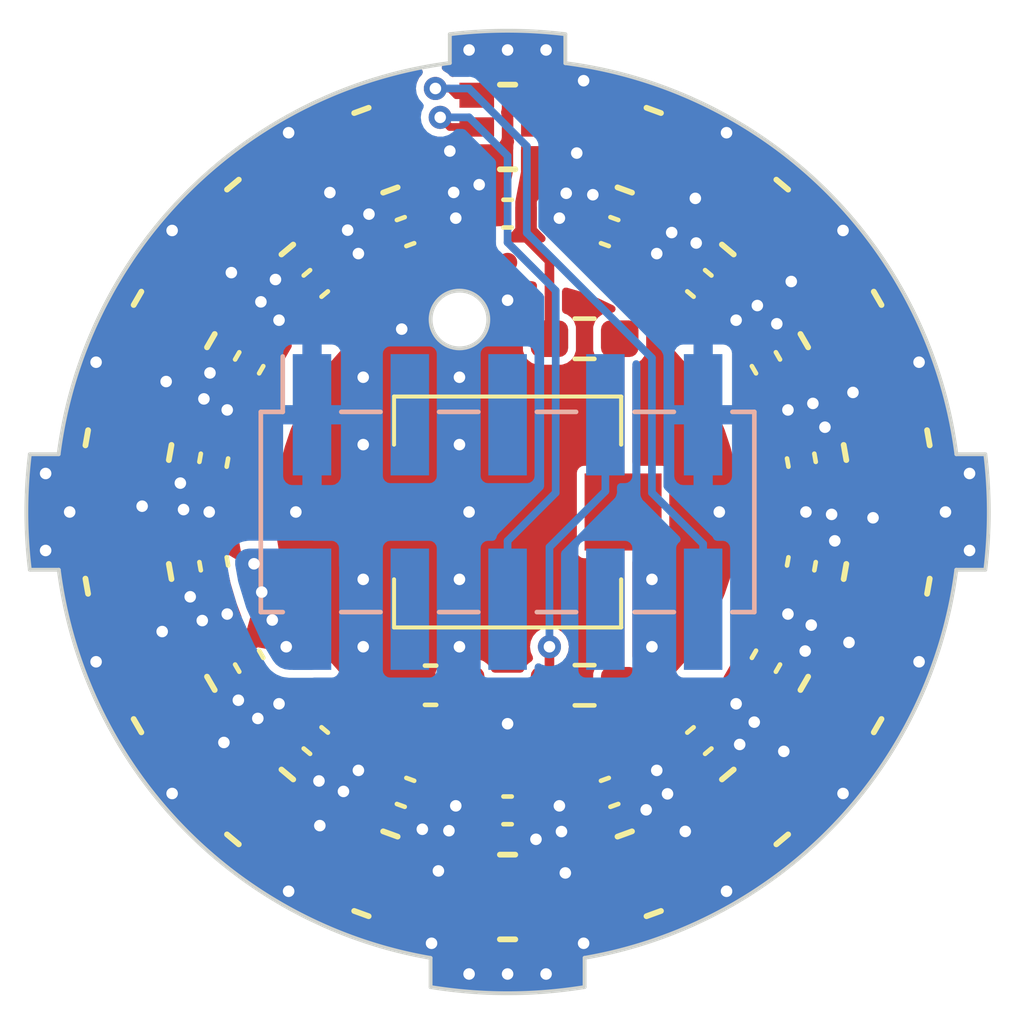
<source format=kicad_pcb>
(kicad_pcb (version 20221018) (generator pcbnew)
  (layers (0 "F.Cu" signal) (31 "B.Cu" signal) (34 "B.Paste" user) (35 "F.Paste" user) (36 "B.SilkS" user "B.Silkscreen") (37 "F.SilkS" user "F.Silkscreen") (38 "B.Mask" user) (39 "F.Mask" user) (44 "Edge.Cuts" user))
  (net 0 "")
  (net 1 "+5V")
  (net 2 "GND")
  (net 3 "Net-(D1-CKO)")
  (net 4 "Net-(D1-SDO)")
  (net 5 "Net-(D2-CKO)")
  (net 6 "Net-(D2-SDO)")
  (net 7 "Net-(D3-CKO)")
  (net 8 "Net-(D3-SDO)")
  (net 9 "Net-(D4-CKO)")
  (net 10 "Net-(D4-SDO)")
  (net 11 "Net-(D5-CKO)")
  (net 12 "Net-(D5-SDO)")
  (net 13 "Net-(D6-CKO)")
  (net 14 "Net-(D6-SDO)")
  (net 15 "Net-(D7-CKO)")
  (net 16 "Net-(D7-SDO)")
  (net 17 "Net-(D8-CKO)")
  (net 18 "Net-(D8-SDO)")
  (net 19 "Net-(D10-CKI)")
  (net 20 "Net-(D10-SDI)")
  (net 21 "Net-(D10-CKO)")
  (net 22 "Net-(D10-SDO)")
  (net 23 "Net-(D11-CKO)")
  (net 24 "Net-(D11-SDO)")
  (net 25 "Net-(D12-CKO)")
  (net 26 "Net-(D12-SDO)")
  (net 27 "Net-(D13-CKO)")
  (net 28 "Net-(D13-SDO)")
  (net 29 "Net-(D14-CKO)")
  (net 30 "Net-(D14-SDO)")
  (net 31 "Net-(D15-CKO)")
  (net 32 "Net-(D15-SDO)")
  (net 33 "Net-(D16-CKO)")
  (net 34 "Net-(D16-SDO)")
  (net 35 "Net-(D17-CKO)")
  (net 36 "Net-(D17-SDO)")
  (net 39 "/PB")
  (net 40 "/MOSI")
  (net 41 "/SCK")
  (net 42 "/SDA0")
  (net 43 "/SS")
  (net 44 "/SCL0")
  (net 45 "/MISO")
  (net 46 "Net-(R1-Pad2)")
  (footprint "Capacitor_SMD:C_0402_1005Metric" (layer "F.Cu") (at 4.981604 5.936844 40)
    (fp_text reference "C8" hide)
    (fp_text value "100n")
  )
  (footprint "Capacitor_SMD:C_0402_1005Metric" (layer "F.Cu") (at 2.650656 7.282618 20)
    (fp_text reference "C9" hide)
    (fp_text value "100n")
  )
  (footprint "Capacitor_SMD:C_0402_1005Metric" (layer "F.Cu") (at -6.711697 3.875 -60)
    (fp_text reference "C13" hide)
    (fp_text value "100n")
  )
  (footprint "project_lib:LED-HD107S-2020_extPads" (layer "F.Cu") (at 8.660254 5 60)
    (fp_text reference "D7" hide)
    (fp_text value "APA102-2020")
  )
  (footprint "Capacitor_SMD:C_0402_1005Metric" (layer "F.Cu") (at -4.981604 5.936844 -40)
    (fp_text reference "C12" hide)
    (fp_text value "100n")
  )
  (footprint "Capacitor_SMD:C_0402_1005Metric" (layer "F.Cu") (at -2.650656 7.282618 -20)
    (fp_text reference "C11" hide)
    (fp_text value "100n")
  )
  (footprint "Capacitor_SMD:C_0402_1005Metric" (layer "F.Cu") (at 0 7.75)
    (fp_text reference "C10" hide)
    (fp_text value "100n")
  )
  (footprint "project_lib:LED-HD107S-2020_extPads" (layer "F.Cu") (at -3.420201 -9.396926 -160)
    (fp_text reference "D18" hide)
    (fp_text value "APA102-2020")
  )
  (footprint "Capacitor_SMD:C_0402_1005Metric" (layer "F.Cu") (at 2.650656 -7.282618 160)
    (fp_text reference "C2" hide)
    (fp_text value "100n")
  )
  (footprint "project_lib:LED-HD107S-2020_extPads" (layer "F.Cu") (at 8.660254 -5 120)
    (fp_text reference "D4" hide)
    (fp_text value "APA102-2020")
  )
  (footprint "project_lib:LED-HD107S-2020_extPads" (layer "F.Cu") (at -6.427876 7.660444 -40)
    (fp_text reference "D12" hide)
    (fp_text value "APA102-2020")
  )
  (footprint "project_lib:LED-HD107S-2020_extPads" (layer "F.Cu") (at -3.420201 9.396926 -20)
    (fp_text reference "D11" hide)
    (fp_text value "APA102-2020")
  )
  (footprint "Capacitor_SMD:C_0402_1005Metric" (layer "F.Cu") (at -2.650656 -7.282618 -160)
    (fp_text reference "C18" hide)
    (fp_text value "100n")
  )
  (footprint "Resistor_SMD:R_0603_1608Metric_Pad0.98x0.95mm_HandSolder" (layer "F.Cu") (at 2 -4.5)
    (fp_text reference "R1" hide)
    (fp_text value "R")
  )
  (footprint "Capacitor_SMD:C_0402_1005Metric" (layer "F.Cu") (at -6.711697 -3.875 -120)
    (fp_text reference "C16" hide)
    (fp_text value "100n")
  )
  (footprint "Capacitor_SMD:C_0603_1608Metric_Pad1.08x0.95mm_HandSolder" (layer "F.Cu") (at -2 4.5 180)
    (fp_text reference "C19" hide)
    (fp_text value "C")
  )
  (footprint "Capacitor_SMD:C_0402_1005Metric" (layer "F.Cu") (at 7.63226 -1.345773 100)
    (fp_text reference "C5" hide)
    (fp_text value "100n")
  )
  (footprint "project_lib:LED-HD107S-2020_extPads" (layer "F.Cu") (at -8.660254 5 -60)
    (fp_text reference "D13" hide)
    (fp_text value "APA102-2020")
  )
  (footprint "project_lib:LED-HD107S-2020_extPads" (layer "F.Cu") (at -9.848078 1.736482 -80)
    (fp_text reference "D14" hide)
    (fp_text value "APA102-2020")
  )
  (footprint "project_lib:LED-HD107S-2020_extPads" (layer "F.Cu") (at 9.848078 1.736482 80)
    (fp_text reference "D6" hide)
    (fp_text value "APA102-2020")
  )
  (footprint "Resistor_SMD:R_0603_1608Metric_Pad0.98x0.95mm_HandSolder" (layer "F.Cu") (at 2 4.5 180)
    (fp_text reference "R2" hide)
    (fp_text value "R")
  )
  (footprint "project_lib:SKPSACE010" (layer "F.Cu") (at 0 0)
    (fp_text reference "SW1" hide)
    (fp_text value "SW_Push" hide)
  )
  (footprint "project_lib:LED-HD107S-2020_extPads" (layer "F.Cu") (at 6.427876 -7.660444 140)
    (fp_text reference "D3" hide)
    (fp_text value "APA102-2020")
  )
  (footprint "Capacitor_SMD:C_0402_1005Metric" (layer "F.Cu") (at -7.63226 -1.345773 -100)
    (fp_text reference "C15" hide)
    (fp_text value "100n")
  )
  (footprint "Capacitor_SMD:C_0402_1005Metric" (layer "F.Cu") (at 0 -7.75 180)
    (fp_text reference "C1" hide)
    (fp_text value "100n")
  )
  (footprint "project_lib:LED-HD107S-2020_extPads" (layer "F.Cu") (at 3.420201 -9.396926 160)
    (fp_text reference "D2" hide)
    (fp_text value "APA102-2020")
  )
  (footprint "Capacitor_SMD:C_0402_1005Metric" (layer "F.Cu") (at -4.981604 -5.936844 -140)
    (fp_text reference "C17" hide)
    (fp_text value "100n")
  )
  (footprint "Capacitor_SMD:C_0402_1005Metric" (layer "F.Cu") (at 4.981604 -5.936844 140)
    (fp_text reference "C3" hide)
    (fp_text value "100n")
  )
  (footprint "project_lib:LED-HD107S-2020_extPads" (layer "F.Cu") (at -9.848078 -1.736482 -100)
    (fp_text reference "D15" hide)
    (fp_text value "APA102-2020")
  )
  (footprint "project_lib:LED-HD107S-2020_extPads" (layer "F.Cu") (at 0 10)
    (fp_text reference "D10" hide)
    (fp_text value "APA102-2020")
  )
  (footprint "project_lib:LED-HD107S-2020_extPads" (layer "F.Cu") (at -8.660254 -5 -120)
    (fp_text reference "D16" hide)
    (fp_text value "APA102-2020")
  )
  (footprint "project_lib:LED-HD107S-2020_extPads" (layer "F.Cu") (at -6.427876 -7.660444 -140)
    (fp_text reference "D17" hide)
    (fp_text value "APA102-2020")
  )
  (footprint "project_lib:LED-HD107S-2020_extPads" (layer "F.Cu") (at 3.420201 9.396926 20)
    (fp_text reference "D9" hide)
    (fp_text value "APA102-2020")
  )
  (footprint "project_lib:LED-HD107S-2020_extPads" (layer "F.Cu") (at 6.427876 7.660444 40)
    (fp_text reference "D8" hide)
    (fp_text value "APA102-2020")
  )
  (footprint "project_lib:LED-HD107S-2020_extPads" (layer "F.Cu") (at 9.848078 -1.736482 100)
    (fp_text reference "D5" hide)
    (fp_text value "APA102-2020")
  )
  (footprint "Capacitor_SMD:C_0402_1005Metric" (layer "F.Cu") (at -7.63226 1.345773 -80)
    (fp_text reference "C14" hide)
    (fp_text value "100n")
  )
  (footprint "project_lib:LED-HD107S-2020_extPads" (layer "F.Cu") (at 0 -10 180)
    (fp_text reference "D1" hide)
    (fp_text value "APA102-2020")
  )
  (footprint "Capacitor_SMD:C_0402_1005Metric" (layer "F.Cu") (at 6.711697 -3.875 120)
    (fp_text reference "C4" hide)
    (fp_text value "100n")
  )
  (footprint "Capacitor_SMD:C_0402_1005Metric" (layer "F.Cu") (at 7.63226 1.345773 80)
    (fp_text reference "C6" hide)
    (fp_text value "100n")
  )
  (footprint "Capacitor_SMD:C_0402_1005Metric" (layer "F.Cu") (at 6.711697 3.875 60)
    (fp_text reference "C7" hide)
    (fp_text value "100n")
  )
  (footprint "Connector_PinHeader_2.54mm:PinHeader_2x05_P2.54mm_Vertical_SMD" (layer "B.Cu") (at 0 0 -90)
    (fp_text reference "J1" hide)
    (fp_text value "Conn_02x05_Odd_Even")
  )
  (gr_arc (start -8.165959 -7.124173) (mid -8.065749 -7.323644) (end -7.915731 -7.488946) (stroke (width 0.2)) (layer "F.Cu"))
  (gr_arc (start -5.236881 -9.487455) (mid -5.074492 -9.640622) (end -4.876984 -9.744647) (stroke (width 0.2)) (layer "F.Cu"))
  (gr_line (start 2.950614 10.445788) (end 2.527752 10.599698) (stroke (width 0.2)) (layer "F.Cu"))
  (gr_arc (start 9.999725 -4.329969) (mid 10.086735 -4.113055) (end 10.109423 -3.880444) (stroke (width 0.2)) (layer "F.Cu"))
  (gr_line (start 10.521625 2.667588) (end 10.443484 3.110752) (stroke (width 0.2)) (layer "F.Cu"))
  (gr_line (start -4.876984 -9.744647) (end -4.454123 -9.898557) (stroke (width 0.2)) (layer "F.Cu"))
  (gr_arc (start -9.631018 -2.967492) (mid -9.499693 -3.457605) (end -9.285255 -3.917468) (stroke (width 0.2)) (layer "F.Cu"))
  (gr_arc (start -1.25 10) (mid -1.755472 9.955777) (end -2.245585 9.824452) (stroke (width 0.2)) (layer "F.Cu"))
  (gr_line (start 6.34534 8.80666) (end 6.000621 9.095915) (stroke (width 0.2)) (layer "F.Cu"))
  (gr_arc (start -10.110102 -3.90161) (mid -10.084159 -4.123325) (end -9.999725 -4.329968) (stroke (width 0.2)) (layer "F.Cu"))
  (gr_arc (start -4.594817 8.969401) (mid -5.05468 8.754964) (end -5.47032 8.46393) (stroke (width 0.2)) (layer "F.Cu"))
  (gr_line (start 9.285254 3.917468) (end 9.060254 4.30718) (stroke (width 0.2)) (layer "F.Cu"))
  (gr_line (start 9.631017 -2.967492) (end 9.709159 -2.524328) (stroke (width 0.2)) (layer "F.Cu"))
  (gr_arc (start 5.597936 -9.278999) (mid 5.811778 -9.21495) (end 6.00062 -9.095915) (stroke (width 0.2)) (layer "F.Cu"))
  (gr_line (start 10.443484 -3.110752) (end 10.521626 -2.667588) (stroke (width 0.2)) (layer "F.Cu"))
  (gr_line (start 10.799462 -1.091895) (end 10.877604 -0.648732) (stroke (width 0.2)) (layer "F.Cu"))
  (gr_line (start -8.749725 6.495032) (end -8.974725 6.105321) (stroke (width 0.2)) (layer "F.Cu"))
  (gr_arc (start -7.915731 7.488947) (mid -8.071682 7.314873) (end -8.17256 7.104051) (stroke (width 0.2)) (layer "F.Cu"))
  (gr_arc (start 1.675817 10.705847) (mid 1.864178 10.633262) (end 2.066009 10.629671) (stroke (width 0.2)) (layer "F.Cu"))
  (gr_arc (start 10.443484 3.110751) (mid 10.370708 3.332845) (end 10.238569 3.525619) (stroke (width 0.2)) (layer "F.Cu"))
  (gr_line (start 0.8 -10.824999) (end 1.25 -10.825) (stroke (width 0.2)) (layer "F.Cu"))
  (gr_line (start -4.454122 9.898556) (end -4.876984 9.744647) (stroke (width 0.2)) (layer "F.Cu"))
  (gr_arc (start 5.470321 8.463929) (mid 5.054681 8.754963) (end 4.594818 8.969401) (stroke (width 0.2)) (layer "F.Cu"))
  (gr_arc (start 10.877604 -0.648733) (mid 10.885177 -0.415141) (end 10.82694 -0.188799) (stroke (width 0.2)) (layer "F.Cu"))
  (gr_line (start 2.245585 -9.824451) (end 2.668447 -9.670542) (stroke (width 0.2)) (layer "F.Cu"))
  (gr_line (start 4.594818 8.9694) (end 4.171956 9.123309) (stroke (width 0.2)) (layer "F.Cu"))
  (gr_line (start -10.799462 1.091895) (end -10.877604 0.648732) (stroke (width 0.2)) (layer "F.Cu"))
  (gr_arc (start -10.834203 -0.208693) (mid -10.79543 -0.010589) (end -10.826941 0.188799) (stroke (width 0.2)) (layer "F.Cu"))
  (gr_line (start -2.527752 10.599698) (end -2.950614 10.445789) (stroke (width 0.2)) (layer "F.Cu"))
  (gr_arc (start 4.876983 -9.744648) (mid 5.083066 -9.634411) (end 5.249965 -9.470804) (stroke (width 0.2)) (layer "F.Cu"))
  (gr_arc (start 8.035255 6.082532) (mid 7.744221 6.498172) (end 7.385433 6.85696) (stroke (width 0.2)) (layer "F.Cu"))
  (gr_line (start -10.521625 -2.667588) (end -10.443484 -3.110752) (stroke (width 0.2)) (layer "F.Cu"))
  (gr_arc (start 10.252198 -3.509408) (mid 10.148007 -3.682304) (end 10.109424 -3.880445) (stroke (width 0.2)) (layer "F.Cu"))
  (gr_line (start -10.877604 -0.648731) (end -10.799463 -1.091895) (stroke (width 0.2)) (layer "F.Cu"))
  (gr_arc (start 2.086862 -10.633368) (mid 1.885035 -10.629584) (end 1.694148 -10.69524) (stroke (width 0.2)) (layer "F.Cu"))
  (gr_line (start -8.035254 6.082532) (end -8.260254 5.69282) (stroke (width 0.2)) (layer "F.Cu"))
  (gr_line (start 1.25 10.825001) (end 0.8 10.825001) (stroke (width 0.2)) (layer "F.Cu"))
  (gr_line (start 7.571011 -7.7782) (end 7.915732 -7.488947) (stroke (width 0.2)) (layer "F.Cu"))
  (gr_line (start -9.999726 -4.329968) (end -9.774726 -4.71968) (stroke (width 0.2)) (layer "F.Cu"))
  (gr_arc (start 6.000621 9.095915) (mid 5.802112 9.219269) (end 5.576975 9.282006) (stroke (width 0.2)) (layer "F.Cu"))
  (gr_line (start -9.631017 2.967492) (end -9.709159 2.524328) (stroke (width 0.2)) (layer "F.Cu"))
  (gr_line (start 6.00062 -9.095916) (end 6.34534 -8.806661) (stroke (width 0.2)) (layer "F.Cu"))
  (gr_line (start -10.443484 3.110752) (end -10.521626 2.667588) (stroke (width 0.2)) (layer "F.Cu"))
  (gr_arc (start 8.433944 -6.8048) (mid 8.612984 -6.671475) (end 8.749725 -6.495031) (stroke (width 0.2)) (layer "F.Cu"))
  (gr_arc (start -5.597835 9.278349) (mid -5.406885 9.343822) (end -5.249966 9.470805) (stroke (width 0.2)) (layer "F.Cu"))
  (gr_arc (start 1.249999 -10.825) (mid 1.481357 -10.791895) (end 1.694148 -10.695239) (stroke (width 0.2)) (layer "F.Cu"))
  (gr_arc (start 2.086735 -10.634014) (mid 2.309587 -10.646965) (end 2.527752 -10.599697) (stroke (width 0.2)) (layer "F.Cu"))
  (gr_line (start -9.285254 -3.917468) (end -9.060254 -4.30718) (stroke (width 0.2)) (layer "F.Cu"))
  (gr_arc (start -9.285255 3.917468) (mid -9.499693 3.457605) (end -9.631018 2.967492) (stroke (width 0.2)) (layer "F.Cu"))
  (gr_arc (start 10.065138 -0.505472) (mid 10.109361 0) (end 10.065138 0.505471) (stroke (width 0.2)) (layer "F.Cu"))
  (gr_line (start 5.47032 -8.463929) (end 5.81504 -8.174674) (stroke (width 0.2)) (layer "F.Cu"))
  (gr_arc (start -4.876983 9.744648) (mid -5.083066 9.634411) (end -5.249965 9.470804) (stroke (width 0.2)) (layer "F.Cu"))
  (gr_line (start -6.34534 -8.80666) (end -6.000621 -9.095915) (stroke (width 0.2)) (layer "F.Cu"))
  (gr_arc (start 2.527753 10.599698) (mid 2.299025 10.647719) (end 2.066009 10.62967) (stroke (width 0.2)) (layer "F.Cu"))
  (gr_arc (start 2.245586 9.824452) (mid 1.755473 9.955778) (end 1.250001 10.000001) (stroke (width 0.2)) (layer "F.Cu"))
  (gr_arc (start 4.594817 -8.969401) (mid 5.05468 -8.754964) (end 5.47032 -8.46393) (stroke (width 0.2)) (layer "F.Cu"))
  (gr_line (start -4.594818 -8.9694) (end -4.171956 -9.123309) (stroke (width 0.2)) (layer "F.Cu"))
  (gr_arc (start -10.252694 3.509841) (mid -10.375336 3.323322) (end -10.443483 3.110751) (stroke (width 0.2)) (layer "F.Cu"))
  (gr_line (start 8.749725 -6.495032) (end 8.974725 -6.105321) (stroke (width 0.2)) (layer "F.Cu"))
  (gr_arc (start 5.597835 -9.278349) (mid 5.406885 -9.343822) (end 5.249966 -9.470805) (stroke (width 0.2)) (layer "F.Cu"))
  (gr_line (start 8.035254 -6.082532) (end 8.260254 -5.69282) (stroke (width 0.2)) (layer "F.Cu"))
  (gr_line (start 9.999726 4.329968) (end 9.774726 4.71968) (stroke (width 0.2)) (layer "F.Cu"))
  (gr_arc (start 8.165336 7.12396) (mid 8.262972 6.94728) (end 8.415276 6.814795) (stroke (width 0.2)) (layer "F.Cu"))
  (gr_arc (start 8.433627 -6.804224) (mid 8.276586 -6.931057) (end 8.172561 -7.104052) (stroke (width 0.2)) (layer "F.Cu"))
  (gr_line (start 4.454122 -9.898556) (end 4.876984 -9.744647) (stroke (width 0.2)) (layer "F.Cu"))
  (gr_arc (start -10.443484 -3.110751) (mid -10.370708 -3.332845) (end -10.238569 -3.525619) (stroke (width 0.2)) (layer "F.Cu"))
  (gr_arc (start 7.915731 -7.488947) (mid 8.071682 -7.314873) (end 8.17256 -7.104051) (stroke (width 0.2)) (layer "F.Cu"))
  (gr_line (start 1.250001 10) (end 0.8 10) (stroke (width 0.2)) (layer "F.Cu"))
  (gr_line (start -6.00062 9.095916) (end -6.34534 8.806661) (stroke (width 0.2)) (layer "F.Cu"))
  (gr_line (start -9.774725 4.719679) (end -9.999725 4.329968) (stroke (width 0.2)) (layer "F.Cu"))
  (gr_arc (start -8.433627 6.804224) (mid -8.276586 6.931057) (end -8.172561 7.104052) (stroke (width 0.2)) (layer "F.Cu"))
  (gr_arc (start -5.470321 -8.463929) (mid -5.054681 -8.754963) (end -4.594818 -8.969401) (stroke (width 0.2)) (layer "F.Cu"))
  (gr_line (start -10.065137 -0.505471) (end -9.986996 -0.948635) (stroke (width 0.2)) (layer "F.Cu"))
  (gr_line (start 9.774725 -4.719679) (end 9.999725 -4.329968) (stroke (width 0.2)) (layer "F.Cu"))
  (gr_line (start -7.915732 -7.488946) (end -7.571012 -7.778201) (stroke (width 0.2)) (layer "F.Cu"))
  (gr_arc (start 1.676158 10.70641) (mid 1.471175 10.7948) (end 1.25 10.825) (stroke (width 0.2)) (layer "F.Cu"))
  (gr_arc (start -10.065138 0.505472) (mid -10.109361 0) (end -10.065138 -0.505471) (stroke (width 0.2)) (layer "F.Cu"))
  (gr_arc (start -7.385432 6.85696) (mid -7.74422 6.498172) (end -8.035254 6.082533) (stroke (width 0.2)) (layer "F.Cu"))
  (gr_arc (start -10.252198 3.509408) (mid -10.148007 3.682304) (end -10.109424 3.880445) (stroke (width 0.2)) (layer "F.Cu"))
  (gr_arc (start -8.165336 -7.12396) (mid -8.262972 -6.94728) (end -8.415276 -6.814795) (stroke (width 0.2)) (layer "F.Cu"))
  (gr_arc (start -2.086862 10.633368) (mid -1.885035 10.629584) (end -1.694148 10.69524) (stroke (width 0.2)) (layer "F.Cu"))
  (gr_line (start 10.065137 0.505471) (end 9.986996 0.948635) (stroke (width 0.2)) (layer "F.Cu"))
  (gr_arc (start -8.749726 -6.495031) (mid -8.605377 -6.678841) (end -8.415275 -6.814795) (stroke (width 0.2)) (layer "F.Cu"))
  (gr_line (start 10.877604 0.648731) (end 10.799463 1.091895) (stroke (width 0.2)) (layer "F.Cu"))
  (gr_arc (start -10.877604 0.648733) (mid -10.885177 0.415141) (end -10.82694 0.188799) (stroke (width 0.2)) (layer "F.Cu"))
  (gr_line (start -7.385432 -6.856959) (end -7.040712 -7.146214) (stroke (width 0.2)) (layer "F.Cu"))
  (gr_arc (start -5.597936 9.278999) (mid -5.811778 9.21495) (end -6.00062 9.095915) (stroke (width 0.2)) (layer "F.Cu"))
  (gr_arc (start -2.086735 10.634014) (mid -2.309587 10.646965) (end -2.527752 10.599697) (stroke (width 0.2)) (layer "F.Cu"))
  (gr_arc (start -8.035255 -6.082532) (mid -7.744221 -6.498172) (end -7.385433 -6.85696) (stroke (width 0.2)) (layer "F.Cu"))
  (gr_arc (start -8.433944 6.8048) (mid -8.612984 6.671475) (end -8.749725 6.495031) (stroke (width 0.2)) (layer "F.Cu"))
  (gr_arc (start -10.834817 -0.208456) (mid -10.886269 -0.425673) (end -10.877603 -0.648732) (stroke (width 0.2)) (layer "F.Cu"))
  (gr_arc (start 5.236881 9.487455) (mid 5.074492 9.640622) (end 4.876984 9.744647) (stroke (width 0.2)) (layer "F.Cu"))
  (gr_arc (start 7.385432 -6.85696) (mid 7.74422 -6.498172) (end 8.035254 -6.082533) (stroke (width 0.2)) (layer "F.Cu"))
  (gr_arc (start -6.000621 -9.095915) (mid -5.802112 -9.219269) (end -5.576975 -9.282006) (stroke (width 0.2)) (layer "F.Cu"))
  (gr_line (start -2.245585 9.824451) (end -2.668447 9.670542) (stroke (width 0.2)) (layer "F.Cu"))
  (gr_arc (start 10.834203 0.208693) (mid 10.79543 0.010589) (end 10.826941 -0.188799) (stroke (width 0.2)) (layer "F.Cu"))
  (gr_arc (start -9.999725 4.329969) (mid -10.086735 4.113055) (end -10.109423 3.880444) (stroke (width 0.2)) (layer "F.Cu"))
  (gr_arc (start 10.252694 -3.509841) (mid 10.375336 -3.323322) (end 10.443483 -3.110751) (stroke (width 0.2)) (layer "F.Cu"))
  (gr_arc (start 9.631018 2.967492) (mid 9.499693 3.457605) (end 9.285255 3.917468) (stroke (width 0.2)) (layer "F.Cu"))
  (gr_arc (start -10.109444 -3.901623) (mid -10.140765 -3.702205) (end -10.23857 -3.525619) (stroke (width 0.2)) (layer "F.Cu"))
  (gr_arc (start 10.109444 3.901623) (mid 10.140765 3.702205) (end 10.23857 3.525619) (stroke (width 0.2)) (layer "F.Cu"))
  (gr_line (start 4.876984 9.744647) (end 4.454123 9.898557) (stroke (width 0.2)) (layer "F.Cu"))
  (gr_line (start -7.571011 7.7782) (end -7.915732 7.488947) (stroke (width 0.2)) (layer "F.Cu"))
  (gr_arc (start 5.236368 9.487041) (mid 5.388544 9.35441) (end 5.576975 9.282006) (stroke (width 0.2)) (layer "F.Cu"))
  (gr_line (start 8.974725 6.10532) (end 8.749725 6.495032) (stroke (width 0.2)) (layer "F.Cu"))
  (gr_line (start 7.385432 6.856959) (end 7.040712 7.146214) (stroke (width 0.2)) (layer "F.Cu"))
  (gr_arc (start -1.249999 10.825) (mid -1.481357 10.791895) (end -1.694148 10.695239) (stroke (width 0.2)) (layer "F.Cu"))
  (gr_line (start -0.8 10.824999) (end -1.25 10.825) (stroke (width 0.2)) (layer "F.Cu"))
  (gr_line (start -5.47032 8.463929) (end -5.81504 8.174674) (stroke (width 0.2)) (layer "F.Cu"))
  (gr_arc (start -5.236368 -9.487041) (mid -5.388544 -9.35441) (end -5.576975 -9.282006) (stroke (width 0.2)) (layer "F.Cu"))
  (gr_line (start 7.915732 7.488946) (end 7.571012 7.778201) (stroke (width 0.2)) (layer "F.Cu"))
  (gr_arc (start 8.749726 6.495031) (mid 8.605377 6.678841) (end 8.415275 6.814795) (stroke (width 0.2)) (layer "F.Cu"))
  (gr_arc (start 1.25 -10) (mid 1.755472 -9.955777) (end 2.245585 -9.824452) (stroke (width 0.2)) (layer "F.Cu"))
  (gr_arc (start 10.110102 3.90161) (mid 10.084159 4.123325) (end 9.999725 4.329968) (stroke (width 0.2)) (layer "F.Cu"))
  (gr_arc (start 8.165959 7.124173) (mid 8.065749 7.323644) (end 7.915731 7.488946) (stroke (width 0.2)) (layer "F.Cu"))
  (gr_arc (start 10.834817 0.208456) (mid 10.886269 0.425673) (end 10.877603 0.648732) (stroke (width 0.2)) (layer "F.Cu"))
  (gr_line (start 2.527752 -10.599698) (end 2.950614 -10.445789) (stroke (width 0.2)) (layer "F.Cu"))
  (gr_line (start -8.974725 -6.10532) (end -8.749725 -6.495032) (stroke (width 0.2)) (layer "F.Cu"))
  (gr_arc (start 9.285255 -3.917468) (mid 9.499693 -3.457605) (end 9.631018 -2.967492) (stroke (width 0.2)) (layer "F.Cu"))
  (gr_line (start 12.409728 1.499698) (end 11.655639 1.5) (stroke (width 0.1)) (layer "Edge.Cuts"))
  (gr_circle (center -1.25 -5) (end -2 -5) (stroke (width 0.1)) (fill none) (layer "Edge.Cuts"))
  (gr_arc (start -1.5 -12.40971) (mid -0.000075 -12.500036) (end 1.499851 -12.409728) (stroke (width 0.1)) (layer "Edge.Cuts"))
  (gr_arc (start -12.409725 1.500004) (mid -12.500051 0.000002) (end -12.409726 -1.5) (stroke (width 0.1)) (layer "Edge.Cuts"))
  (gr_arc (start 1.999999 12.338933) (mid -0.000001 12.500008) (end -1.999999 12.338924) (stroke (width 0.1)) (layer "Edge.Cuts"))
  (gr_line (start -1.5 -12.40971) (end -1.5 -11.6615) (stroke (width 0.1)) (layer "Edge.Cuts"))
  (gr_arc (start -2.00001 11.582527) (mid -8.488137 8.13059) (end -11.657828 1.5) (stroke (width 0.1)) (layer "Edge.Cuts"))
  (gr_arc (start -11.661476 -1.500183) (mid -8.313796 -8.313926) (end -1.5 -11.661499) (stroke (width 0.1)) (layer "Edge.Cuts"))
  (gr_line (start 1.999999 12.338933) (end 2.000261 11.580279) (stroke (width 0.1)) (layer "Edge.Cuts"))
  (gr_line (start -11.657828 1.5) (end -12.409692 1.5) (stroke (width 0.1)) (layer "Edge.Cuts"))
  (gr_arc (start 1.500191 -11.657632) (mid 8.311234 -8.311098) (end 11.657657 -1.5) (stroke (width 0.1)) (layer "Edge.Cuts"))
  (gr_arc (start 11.655639 1.5) (mid 8.48669 8.128961) (end 2.000261 11.580279) (stroke (width 0.1)) (layer "Edge.Cuts"))
  (gr_line (start 12.409692 -1.5) (end 11.657657 -1.5) (stroke (width 0.1)) (layer "Edge.Cuts"))
  (gr_line (start -11.661477 -1.500183) (end -12.409728 -1.5) (stroke (width 0.1)) (layer "Edge.Cuts"))
  (gr_arc (start 12.409692 -1.5) (mid 12.500018 -0.000152) (end 12.409728 1.499698) (stroke (width 0.1)) (layer "Edge.Cuts"))
  (gr_line (start 1.500191 -11.657632) (end 1.499851 -12.409728) (stroke (width 0.1)) (layer "Edge.Cuts"))
  (gr_line (start -1.999999 12.338924) (end -2.00001 11.582527) (stroke (width 0.1)) (layer "Edge.Cuts"))
  (segment (start -3.101709 7.118448) (end -3.265879 7.569501) (width 0.25) (layer "F.Cu") (net 1))
  (segment (start -3.740112 7.79064) (end -3.911122 8.260486) (width 0.25) (layer "F.Cu") (net 1))
  (segment (start 3.265879 -7.569501) (end 3.740112 -7.79064) (width 0.25) (layer "F.Cu") (net 1))
  (segment (start 7.715611 -0.873066) (end 8.188319 -0.956417) (width 0.25) (layer "F.Cu") (net 1))
  (segment (start -2.199604 -7.446788) (end -1.987551 -6.864178) (width 0.25) (layer "F.Cu") (net 1))
  (segment (start 5.657843 -5.996007) (end 6.179111 -6.041612) (width 0.25) (layer "F.Cu") (net 1))
  (segment (start 5.349305 -5.628306) (end 5.657843 -5.996007) (width 0.25) (layer "F.Cu") (net 1))
  (segment (start -8.616947 0.656288) (end -9.109351 0.743112) (width 0.25) (layer "F.Cu") (net 1))
  (segment (start 8.021616 1.901832) (end 8.321745 2.33046) (width 0.25) (layer "F.Cu") (net 1))
  (segment (start 7.367389 -3.699308) (end 7.872819 -3.563879) (width 0.25) (layer "F.Cu") (net 1))
  (segment (start -7.022819 -5.036121) (end -7.455831 -5.286121) (width 0.25) (layer "F.Cu") (net 1))
  (segment (start -5.349305 5.628306) (end -4.950777 5.153358) (width 0.25) (layer "F.Cu") (net 1))
  (segment (start -7.715611 0.873066) (end -8.188319 0.956417) (width 0.25) (layer "F.Cu") (net 1))
  (segment (start 2.363773 7.89784) (end 2.142634 8.372074) (width 0.25) (layer "F.Cu") (net 1))
  (segment (start 3.740112 -7.79064) (end 3.911122 -8.260486) (width 0.25) (layer "F.Cu") (net 1))
  (segment (start -4.922441 -6.613084) (end -4.876836 -7.134352) (width 0.25) (layer "F.Cu") (net 1))
  (segment (start -5.349305 5.628306) (end -5.657843 5.996007) (width 0.25) (layer "F.Cu") (net 1))
  (segment (start -7.548909 -1.818481) (end -8.021616 -1.901832) (width 0.25) (layer "F.Cu") (net 1))
  (segment (start 8.616947 -0.656288) (end 9.109351 -0.743112) (width 0.25) (layer "F.Cu") (net 1))
  (segment (start 6.951697 -3.459308) (end 7.367389 -3.699308) (width 0.25) (layer "F.Cu") (net 1))
  (segment (start 0.48 -7.75) (end 0.48 -8.38) (width 0.25) (layer "F.Cu") (net 1))
  (segment (start -7.548909 -1.818481) (end -6.938328 -1.710819) (width 0.25) (layer "F.Cu") (net 1))
  (segment (start -0.85 8.6) (end -0.85 9.1) (width 0.25) (layer "F.Cu") (net 1))
  (segment (start 6.951697 -3.459308) (end 6.414761 -3.149308) (width 0.25) (layer "F.Cu") (net 1))
  (segment (start -8.021616 -1.901832) (end -8.321745 -2.33046) (width 0.25) (layer "F.Cu") (net 1))
  (segment (start -7.367389 3.699308) (end -7.872819 3.563879) (width 0.25) (layer "F.Cu") (net 1))
  (segment (start 6.471697 4.290692) (end 5.934761 3.980692) (width 0.25) (layer "F.Cu") (net 1))
  (segment (start -2.199604 -7.446788) (end -2.363773 -7.89784) (width 0.25) (layer "F.Cu") (net 1))
  (segment (start -8.321745 -2.33046) (end -8.814149 -2.417285) (width 0.25) (layer "F.Cu") (net 1))
  (segment (start -6.951697 3.459308) (end -7.367389 3.699308) (width 0.25) (layer "F.Cu") (net 1))
  (segment (start 7.548909 1.818481) (end 6.938328 1.710819) (width 0.25) (layer "F.Cu") (net 1))
  (segment (start 2.142634 8.372074) (end 2.313644 8.84192) (width 0.25) (layer "F.Cu") (net 1))
  (segment (start -6.471697 -4.290692) (end -5.934761 -3.980692) (width 0.25) (layer "F.Cu") (net 1))
  (segment (start -7.715611 0.873066) (end -7.10503 0.765404) (width 0.25) (layer "F.Cu") (net 1))
  (segment (start 7.872819 -3.563879) (end 8.305831 -3.813879) (width 0.25) (layer "F.Cu") (net 1))
  (segment (start 1.0875 -4.5) (end 1.0875 -6.5225) (width 0.25) (layer "F.Cu") (net 1))
  (segment (start -2.142634 -8.372074) (end -2.313644 -8.84192) (width 0.25) (layer "F.Cu") (net 1))
  (segment (start 4.613903 6.245383) (end 4.215375 5.770435) (width 0.25) (layer "F.Cu") (net 1))
  (segment (start -0.48 7.75) (end -0.48 8.23) (width 0.25) (layer "F.Cu") (net 1))
  (segment (start 8.188319 -0.956417) (end 8.616947 -0.656288) (width 0.25) (layer "F.Cu") (net 1))
  (segment (start 6.471697 4.290692) (end 6.887389 4.530692) (width 0.25) (layer "F.Cu") (net 1))
  (segment (start 4.613903 6.245383) (end 4.922441 6.613084) (width 0.25) (layer "F.Cu") (net 1))
  (segment (start 7.022819 5.036121) (end 7.455831 5.286121) (width 0.25) (layer "F.Cu") (net 1))
  (segment (start 8.321745 2.33046) (end 8.814149 2.417285) (width 0.25) (layer "F.Cu") (net 1))
  (segment (start 0.8 -8.7) (end 0.8 -9.175) (width 0.25) (layer "F.Cu") (net 1))
  (segment (start 6.887389 4.530692) (end 7.022819 5.036121) (width 0.25) (layer "F.Cu") (net 1))
  (segment (start 0.48 -7.13) (end 1.0875 -6.5225) (width 0.25) (layer "F.Cu") (net 1))
  (segment (start -6.471697 -4.290692) (end -6.887389 -4.530692) (width 0.25) (layer "F.Cu") (net 1))
  (segment (start -8.188319 0.956417) (end -8.616947 0.656288) (width 0.25) (layer "F.Cu") (net 1))
  (segment (start 3.101709 -7.118448) (end 3.265879 -7.569501) (width 0.25) (layer "F.Cu") (net 1))
  (segment (start 0.48 -7.75) (end 0.48 -7.13) (width 0.25) (layer "F.Cu") (net 1))
  (segment (start -0.48 8.23) (end -0.85 8.6) (width 0.25) (layer "F.Cu") (net 1))
  (segment (start -3.101709 7.118448) (end -2.889656 6.535839) (width 0.25) (layer "F.Cu") (net 1))
  (segment (start 2.199604 7.446788) (end 1.987551 6.864178) (width 0.25) (layer "F.Cu") (net 1))
  (segment (start -5.657843 5.996007) (end -6.179111 6.041612) (width 0.25) (layer "F.Cu") (net 1))
  (segment (start -2.363773 -7.89784) (end -2.142634 -8.372074) (width 0.25) (layer "F.Cu") (net 1))
  (segment (start -6.179111 6.041612) (end -6.500505 6.424634) (width 0.25) (layer "F.Cu") (net 1))
  (segment (start 6.179111 -6.041612) (end 6.500505 -6.424634) (width 0.25) (layer "F.Cu") (net 1))
  (segment (start -0.48 7.75) (end -0.48 7.13) (width 0.25) (layer "F.Cu") (net 1))
  (segment (start 2.199604 7.446788) (end 2.363773 7.89784) (width 0.25) (layer "F.Cu") (net 1))
  (segment (start 4.922441 6.613084) (end 4.876836 7.134352) (width 0.25) (layer "F.Cu") (net 1))
  (segment (start -3.265879 7.569501) (end -3.740112 7.79064) (width 0.25) (layer "F.Cu") (net 1))
  (segment (start 4.876836 7.134352) (end 5.19823 7.517374) (width 0.25) (layer "F.Cu") (net 1))
  (segment (start -4.613903 -6.245383) (end -4.215375 -5.770435) (width 0.25) (layer "F.Cu") (net 1))
  (segment (start -6.951697 3.459308) (end -6.414761 3.149308) (width 0.25) (layer "F.Cu") (net 1))
  (segment (start -4.876836 -7.134352) (end -5.19823 -7.517374) (width 0.25) (layer "F.Cu") (net 1))
  (segment (start 7.548909 1.818481) (end 8.021616 1.901832) (width 0.25) (layer "F.Cu") (net 1))
  (segment (start -6.887389 -4.530692) (end -7.022819 -5.036121) (width 0.25) (layer "F.Cu") (net 1))
  (segment (start 5.349305 -5.628306) (end 4.950777 -5.153358) (width 0.25) (layer "F.Cu") (net 1))
  (segment (start -4.613903 -6.245383) (end -4.922441 -6.613084) (width 0.25) (layer "F.Cu") (net 1))
  (segment (start -7.872819 3.563879) (end -8.305831 3.813879) (width 0.25) (layer "F.Cu") (net 1))
  (segment (start 3.101709 -7.118448) (end 2.889656 -6.535839) (width 0.25) (layer "F.Cu") (net 1))
  (segment (start 0.48 -8.38) (end 0.8 -8.7) (width 0.25) (layer "F.Cu") (net 1))
  (segment (start 7.715611 -0.873066) (end 7.10503 -0.765404) (width 0.25) (layer "F.Cu") (net 1))
  (via (at -5.75 3.5) (size 0.6) (drill 0.3) (layers "F.Cu" "B.Cu") (net 1))
  (via (at -6.112111 2.806055) (size 0.6) (drill 0.3) (layers "F.Cu" "B.Cu") (net 1))
  (via (at -6.385791 2.080636) (size 0.6) (drill 0.3) (layers "F.Cu" "B.Cu") (net 1))
  (via (at -6.58693 1.345326) (size 0.6) (drill 0.3) (layers "F.Cu" "B.Cu") (net 1))
  (arc (start 6.749999 1.75) (mid -6.749999 -1.75) (end 6.749999 1.75) (width 0.5) (layer "F.Cu") (net 1))
  (arc (start 0 -6.480854) (mid 0 6.480854) (end 0 -6.480854) (width 0.5) (layer "F.Cu") (net 1))
  (via (at 1.523198 -8.278277) (size 0.6) (drill 0.3) (layers "F.Cu" "B.Cu") (net 2))
  (via (at -4.877067 8.145848) (size 0.6) (drill 0.3) (layers "F.Cu" "B.Cu") (net 2))
  (via (at -1.5 -9.375) (size 0.6) (drill 0.3) (layers "F.Cu" "B.Cu") (net 2))
  (via (at -8.417012 -0.062549) (size 0.6) (drill 0.3) (layers "F.Cu" "B.Cu") (net 2))
  (via (at -4.89952 6.986217) (size 0.6) (drill 0.3) (layers "F.Cu" "B.Cu") (net 2))
  (via (at -8.713756 -7.31171) (size 0.6) (drill 0.3) (layers "F.Cu" "B.Cu") (net 2))
  (via (at 1.975248 -11.202189) (size 0.6) (drill 0.3) (layers "F.Cu" "B.Cu") (net 2))
  (via (at -0.737404 -8.501103) (size 0.6) (drill 0.3) (layers "F.Cu" "B.Cu") (net 2))
  (via (at -1 12) (size 0.6) (drill 0.3) (layers "F.Cu" "B.Cu") (net 2))
  (via (at 6.407599 5.458266) (size 0.6) (drill 0.3) (layers "F.Cu" "B.Cu") (net 2))
  (via (at -1.523198 8.278277) (size 0.6) (drill 0.3) (layers "F.Cu" "B.Cu") (net 2))
  (via (at -3.75 -1.75) (size 0.6) (drill 0.3) (layers "F.Cu" "B.Cu") (net 2))
  (via (at -1.4 -8.3) (size 0.6) (drill 0.3) (layers "F.Cu" "B.Cu") (net 2))
  (via (at -5.936845 -4.981605) (size 0.6) (drill 0.3) (layers "F.Cu" "B.Cu") (net 2))
  (via (at 0 -12) (size 0.6) (drill 0.3) (layers "F.Cu" "B.Cu") (net 2))
  (via (at 10.689005 -3.890479) (size 0.6) (drill 0.3) (layers "F.Cu" "B.Cu") (net 2))
  (via (at -1.975248 11.202189) (size 0.6) (drill 0.3) (layers "F.Cu" "B.Cu") (net 2))
  (via (at 12 -1) (size 0.6) (drill 0.3) (layers "F.Cu" "B.Cu") (net 2))
  (via (at 8.500001 0.75) (size 0.6) (drill 0.3) (layers "F.Cu" "B.Cu") (net 2))
  (via (at 5.936845 -4.981605) (size 0.6) (drill 0.3) (layers "F.Cu" "B.Cu") (net 2))
  (via (at 6.029288 6.038229) (size 0.6) (drill 0.3) (layers "F.Cu" "B.Cu") (net 2))
  (via (at -3.875001 6.711698) (size 0.6) (drill 0.3) (layers "F.Cu" "B.Cu") (net 2))
  (via (at 1.4 8.3) (size 0.6) (drill 0.3) (layers "F.Cu" "B.Cu") (net 2))
  (via (at -1.25 3.5) (size 0.6) (drill 0.3) (layers "F.Cu" "B.Cu") (net 2))
  (via (at 12 1) (size 0.6) (drill 0.3) (layers "F.Cu" "B.Cu") (net 2))
  (via (at 3.600481 7.736217) (size 0.6) (drill 0.3) (layers "F.Cu" "B.Cu") (net 2))
  (via (at 3.875 6.711698) (size 0.6) (drill 0.3) (layers "F.Cu" "B.Cu") (net 2))
  (via (at 8.713756 7.31171) (size 0.6) (drill 0.3) (layers "F.Cu" "B.Cu") (net 2))
  (via (at -6.993469 4.889162) (size 0.6) (drill 0.3) (layers "F.Cu" "B.Cu") (net 2))
  (via (at -7.888011 -2.937564) (size 0.6) (drill 0.3) (layers "F.Cu" "B.Cu") (net 2))
  (via (at -1.345774 -7.632261) (size 0.6) (drill 0.3) (layers "F.Cu" "B.Cu") (net 2))
  (via (at 4.89952 -6.986217) (size 0.6) (drill 0.3) (layers "F.Cu" "B.Cu") (net 2))
  (via (at 1 -12) (size 0.6) (drill 0.3) (layers "F.Cu" "B.Cu") (net 2))
  (via (at -7.750001 0) (size 0.6) (drill 0.3) (layers "F.Cu" "B.Cu") (net 2))
  (via (at -10.689005 -3.890479) (size 0.6) (drill 0.3) (layers "F.Cu" "B.Cu") (net 2))
  (via (at -8.243903 2.202402) (size 0.6) (drill 0.3) (layers "F.Cu" "B.Cu") (net 2))
  (via (at -8.713756 7.31171) (size 0.6) (drill 0.3) (layers "F.Cu" "B.Cu") (net 2))
  (via (at -9.493045 -0.15074) (size 0.6) (drill 0.3) (layers "F.Cu" "B.Cu") (net 2))
  (via (at -7.368988 5.986538) (size 0.6) (drill 0.3) (layers "F.Cu" "B.Cu") (net 2))
  (via (at -12 1) (size 0.6) (drill 0.3) (layers "F.Cu" "B.Cu") (net 2))
  (via (at 5.6875 9.85104) (size 0.6) (drill 0.3) (layers "F.Cu" "B.Cu") (net 2))
  (via (at -12 -1) (size 0.6) (drill 0.3) (layers "F.Cu" "B.Cu") (net 2))
  (via (at -1.7969 9.322649) (size 0.6) (drill 0.3) (layers "F.Cu" "B.Cu") (net 2))
  (via (at -8.9721 3.105163) (size 0.6) (drill 0.3) (layers "F.Cu" "B.Cu") (net 2))
  (via (at 7.282619 -2.650656) (size 0.6) (drill 0.3) (layers "F.Cu" "B.Cu") (net 2))
  (via (at 0 5.5) (size 0.6) (drill 0.3) (layers "F.Cu" "B.Cu") (net 2))
  (via (at -2.214615 8.240631) (size 0.6) (drill 0.3) (layers "F.Cu" "B.Cu") (net 2))
  (via (at -6.488011 5.362436) (size 0.6) (drill 0.3) (layers "F.Cu" "B.Cu") (net 2))
  (via (at -4.615978 -8.296588) (size 0.6) (drill 0.3) (layers "F.Cu" "B.Cu") (net 2))
  (via (at 0.737404 8.501103) (size 0.6) (drill 0.3) (layers "F.Cu" "B.Cu") (net 2))
  (via (at 4.262675 -7.258072) (size 0.6) (drill 0.3) (layers "F.Cu" "B.Cu") (net 2))
  (via (at 3.875001 -6.711698) (size 0.6) (drill 0.3) (layers "F.Cu" "B.Cu") (net 2))
  (via (at -6.407599 -5.458266) (size 0.6) (drill 0.3) (layers "F.Cu" "B.Cu") (net 2))
  (via (at -8.868988 -3.388462) (size 0.6) (drill 0.3) (layers "F.Cu" "B.Cu") (net 2))
  (via (at 5.687501 -9.85104) (size 0.6) (drill 0.3) (layers "F.Cu" "B.Cu") (net 2))
  (via (at -4.262675 7.258072) (size 0.6) (drill 0.3) (layers "F.Cu" "B.Cu") (net 2))
  (via (at 1.5 9.375) (size 0.6) (drill 0.3) (layers "F.Cu" "B.Cu") (net 2))
  (via (at 7.750001 0) (size 0.6) (drill 0.3) (layers "F.Cu" "B.Cu") (net 2))
  (via (at 7.930797 -2.820011) (size 0.6) (drill 0.3) (layers "F.Cu" "B.Cu") (net 2))
  (via (at 1.7969 -9.322649) (size 0.6) (drill 0.3) (layers "F.Cu" "B.Cu") (net 2))
  (via (at -1.25 -1.75) (size 0.6) (drill 0.3) (layers "F.Cu" "B.Cu") (net 2))
  (via (at -1 0) (size 0.6) (drill 0.3) (layers "F.Cu" "B.Cu") (net 2))
  (via (at -5.5 0) (size 0.6) (drill 0.3) (layers "F.Cu" "B.Cu") (net 2))
  (via (at 8.417012 0.062549) (size 0.6) (drill 0.3) (layers "F.Cu" "B.Cu") (net 2))
  (via (at -7.282619 -2.650656) (size 0.6) (drill 0.3) (layers "F.Cu" "B.Cu") (net 2))
  (via (at 1.975248 11.202189) (size 0.6) (drill 0.3) (layers "F.Cu" "B.Cu") (net 2))
  (via (at 6.488011 -5.362436) (size 0.6) (drill 0.3) (layers "F.Cu" "B.Cu") (net 2))
  (via (at 9.493045 0.15074) (size 0.6) (drill 0.3) (layers "F.Cu" "B.Cu") (net 2))
  (via (at 6.993469 -4.889162) (size 0.6) (drill 0.3) (layers "F.Cu" "B.Cu") (net 2))
  (via (at -11.375001 0) (size 0.6) (drill 0.3) (layers "F.Cu" "B.Cu") (net 2))
  (via (at -7.930797 2.820011) (size 0.6) (drill 0.3) (layers "F.Cu" "B.Cu") (net 2))
  (via (at -5.687501 9.85104) (size 0.6) (drill 0.3) (layers "F.Cu" "B.Cu") (net 2))
  (via (at 3.75 3.5) (size 0.6) (drill 0.3) (layers "F.Cu" "B.Cu") (net 2))
  (via (at -4.154337 -7.320621) (size 0.6) (drill 0.3) (layers "F.Cu" "B.Cu") (net 2))
  (via (at -1 -12) (size 0.6) (drill 0.3) (layers "F.Cu" "B.Cu") (net 2))
  (via (at -2.75 -4.75) (size 0.6) (drill 0.3) (layers "F.Cu" "B.Cu") (net 2))
  (via (at 7.730873 3.611941) (size 0.6) (drill 0.3) (layers "F.Cu" "B.Cu") (net 2))
  (via (at -5.936845 4.981605) (size 0.6) (drill 0.3) (layers "F.Cu" "B.Cu") (net 2))
  (via (at 8.243903 -2.202402) (size 0.6) (drill 0.3) (layers "F.Cu" "B.Cu") (net 2))
  (via (at -1.25 1.75) (size 0.6) (drill 0.3) (layers "F.Cu" "B.Cu") (net 2))
  (via (at -7.175201 -6.217485) (size 0.6) (drill 0.3) (layers "F.Cu" "B.Cu") (net 2))
  (via (at -5.687501 -9.85104) (size 0.6) (drill 0.3) (layers "F.Cu" "B.Cu") (net 2))
  (via (at 8.9721 -3.105163) (size 0.6) (drill 0.3) (layers "F.Cu" "B.Cu") (net 2))
  (via (at 4.877067 -8.145848) (size 0.6) (drill 0.3) (layers "F.Cu" "B.Cu") (net 2))
  (via (at 8.868988 3.388462) (size 0.6) (drill 0.3) (layers "F.Cu" "B.Cu") (net 2))
  (via (at 5.936845 4.981605) (size 0.6) (drill 0.3) (layers "F.Cu" "B.Cu") (net 2))
  (via (at 8.713756 -7.31171) (size 0.6) (drill 0.3) (layers "F.Cu" "B.Cu") (net 2))
  (via (at 0 -5.5) (size 0.6) (drill 0.3) (layers "F.Cu" "B.Cu") (net 2))
  (via (at 1 12) (size 0.6) (drill 0.3) (layers "F.Cu" "B.Cu") (net 2))
  (via (at 2.214615 -8.240631) (size 0.6) (drill 0.3) (layers "F.Cu" "B.Cu") (net 2))
  (via (at -3.875001 -6.711698) (size 0.6) (drill 0.3) (layers "F.Cu" "B.Cu") (net 2))
  (via (at 3.75 1.75) (size 0.6) (drill 0.3) (layers "F.Cu" "B.Cu") (net 2))
  (via (at 0 12) (size 0.6) (drill 0.3) (layers "F.Cu" "B.Cu") (net 2))
  (via (at 1.345774 7.632261) (size 0.6) (drill 0.3) (layers "F.Cu" "B.Cu") (net 2))
  (via (at 4.615978 8.296588) (size 0.6) (drill 0.3) (layers "F.Cu" "B.Cu") (net 2))
  (via (at 7.175201 6.217485) (size 0.6) (drill 0.3) (layers "F.Cu" "B.Cu") (net 2))
  (via (at 5.5 0) (size 0.6) (drill 0.3) (layers "F.Cu" "B.Cu") (net 2))
  (via (at -8.500001 -0.75) (size 0.6) (drill 0.3) (layers "F.Cu" "B.Cu") (net 2))
  (via (at 11.375001 0) (size 0.6) (drill 0.3) (layers "F.Cu" "B.Cu") (net 2))
  (via (at -3.75 3.5) (size 0.6) (drill 0.3) (layers "F.Cu" "B.Cu") (net 2))
  (via (at 1.345774 -7.632261) (size 0.6) (drill 0.3) (layers "F.Cu" "B.Cu") (net 2))
  (via (at -1.25 -3.5) (size 0.6) (drill 0.3) (layers "F.Cu" "B.Cu") (net 2))
  (via (at -6.029288 -6.038229) (size 0.6) (drill 0.3) (layers "F.Cu" "B.Cu") (net 2))
  (via (at -3.600481 -7.736217) (size 0.6) (drill 0.3) (layers "F.Cu" "B.Cu") (net 2))
  (via (at -3.75 1.75) (size 0.6) (drill 0.3) (layers "F.Cu" "B.Cu") (net 2))
  (via (at -3.75 -3.5) (size 0.6) (drill 0.3) (layers "F.Cu" "B.Cu") (net 2))
  (via (at 7.282619 2.650656) (size 0.6) (drill 0.3) (layers "F.Cu" "B.Cu") (net 2))
  (via (at -10.689005 3.890479) (size 0.6) (drill 0.3) (layers "F.Cu" "B.Cu") (net 2))
  (via (at 7.368988 -5.986538) (size 0.6) (drill 0.3) (layers "F.Cu" "B.Cu") (net 2))
  (via (at 7.888011 2.937564) (size 0.6) (drill 0.3) (layers "F.Cu" "B.Cu") (net 2))
  (via (at -7.282619 2.650656) (size 0.6) (drill 0.3) (layers "F.Cu" "B.Cu") (net 2))
  (via (at 4.154337 7.320621) (size 0.6) (drill 0.3) (layers "F.Cu" "B.Cu") (net 2))
  (via (at -7.730873 -3.611941) (size 0.6) (drill 0.3) (layers "F.Cu" "B.Cu") (net 2))
  (via (at 10.689005 3.890479) (size 0.6) (drill 0.3) (layers "F.Cu" "B.Cu") (net 2))
  (via (at -1.345774 7.632261) (size 0.6) (drill 0.3) (layers "F.Cu" "B.Cu") (net 2))
  (segment (start 1.25 -10) (end 0.85 -10) (width 0.2) (layer "F.Cu") (net 3))
  (segment (start 0.8 -10.824999) (end 1.25 -10.825) (width 0.2) (layer "F.Cu") (net 4))
  (segment (start 2.527752 -10.599698) (end 2.950614 -10.445789) (width 0.2) (layer "F.Cu") (net 4))
  (arc (start 2.086862 -10.633368) (mid 1.885035 -10.629584) (end 1.694148 -10.69524) (width 0.2) (layer "F.Cu") (net 4))
  (arc (start 2.086735 -10.634014) (mid 2.309587 -10.646965) (end 2.527752 -10.599697) (width 0.2) (layer "F.Cu") (net 4))
  (arc (start 1.249999 -10.825) (mid 1.481357 -10.791895) (end 1.694148 -10.695239) (width 0.2) (layer "F.Cu") (net 4))
  (segment (start 4.594817 -8.969401) (end 4.21894 -9.106209) (width 0.2) (layer "F.Cu") (net 5))
  (segment (start 7.385432 -6.85696) (end 7.079014 -7.114075) (width 0.2) (layer "F.Cu") (net 7))
  (segment (start 9.285255 -3.917468) (end 9.085255 -4.263878) (width 0.2) (layer "F.Cu") (net 9))
  (segment (start 10.065138 -0.505472) (end 9.995679 -0.899395) (width 0.2) (layer "F.Cu") (net 11))
  (segment (start 9.631018 2.967492) (end 9.700477 2.573569) (width 0.2) (layer "F.Cu") (net 13))
  (segment (start 8.035255 6.082532) (end 8.235255 5.736122) (width 0.2) (layer "F.Cu") (net 15))
  (segment (start 5.470321 8.463929) (end 5.776739 8.206814) (width 0.2) (layer "F.Cu") (net 17))
  (segment (start 2.245586 9.824452) (end 2.621463 9.687644) (width 0.2) (layer "F.Cu") (net 19))
  (segment (start -1.25 10) (end -0.85 10) (width 0.2) (layer "F.Cu") (net 21))
  (segment (start -4.594817 8.969401) (end -4.21894 9.106209) (width 0.2) (layer "F.Cu") (net 23))
  (segment (start -7.385432 6.85696) (end -7.079014 7.114075) (width 0.2) (layer "F.Cu") (net 25))
  (segment (start -9.285255 3.917468) (end -9.085255 4.263878) (width 0.2) (layer "F.Cu") (net 27))
  (segment (start -10.065138 0.505472) (end -9.995679 0.899395) (width 0.2) (layer "F.Cu") (net 29))
  (segment (start -9.631018 -2.967492) (end -9.700477 -2.573569) (width 0.2) (layer "F.Cu") (net 31))
  (segment (start -8.035255 -6.082532) (end -8.235255 -5.736122) (width 0.2) (layer "F.Cu") (net 33))
  (segment (start -5.470321 -8.463929) (end -5.776739 -8.206814) (width 0.2) (layer "F.Cu") (net 35))
  (segment (start 1.0875 4.5) (end -1.1375 4.5) (width 0.25) (layer "F.Cu") (net 39))
  (segment (start 1.0875 3.5) (end 1.0875 4.5) (width 0.25) (layer "F.Cu") (net 39))
  (via (at 1.0875 3.5) (size 0.6) (drill 0.3) (layers "F.Cu" "B.Cu") (net 39))
  (segment (start 2.54 -0.54) (end 2.54 -2.525) (width 0.2) (layer "B.Cu") (net 39))
  (segment (start 1.0875 3.5) (end 1.0875 0.9125) (width 0.2) (layer "B.Cu") (net 39))
  (segment (start 1.0875 0.9125) (end 2.54 -0.54) (width 0.2) (layer "B.Cu") (net 39))
  (segment (start -1.5 -11) (end -1.875 -11) (width 0.2) (layer "F.Cu") (net 40))
  (segment (start -1.325 -10.825) (end -1.5 -11) (width 0.2) (layer "F.Cu") (net 40))
  (segment (start -0.8 -10.825) (end -1.325 -10.825) (width 0.2) (layer "F.Cu") (net 40))
  (via (at -1.875 -11) (size 0.6) (drill 0.3) (layers "F.Cu" "B.Cu") (net 40))
  (segment (start 5.08 2.525) (end 5.08 0.83) (width 0.2) (layer "B.Cu") (net 40))
  (segment (start 3.75 -4) (end 0.5 -7.25) (width 0.2) (layer "B.Cu") (net 40))
  (segment (start 0.5 -7.25) (end 0.5 -9.5) (width 0.2) (layer "B.Cu") (net 40))
  (segment (start 3.75 -0.5) (end 3.75 -4) (width 0.2) (layer "B.Cu") (net 40))
  (segment (start 0.5 -9.5) (end -1 -11) (width 0.2) (layer "B.Cu") (net 40))
  (segment (start 5.08 0.83) (end 3.75 -0.5) (width 0.2) (layer "B.Cu") (net 40))
  (segment (start -1 -11) (end -1.875 -11) (width 0.2) (layer "B.Cu") (net 40))
  (segment (start -1.5 -10) (end -1.75 -10.25) (width 0.2) (layer "F.Cu") (net 41))
  (segment (start -0.85 -10) (end -1.5 -10) (width 0.2) (layer "F.Cu") (net 41))
  (via (at -1.75 -10.25) (size 0.6) (drill 0.3) (layers "F.Cu" "B.Cu") (net 41))
  (segment (start 0 2.525) (end 0 0.75) (width 0.2) (layer "B.Cu") (net 41))
  (segment (start -1 -10.25) (end -1.75 -10.25) (width 0.2) (layer "B.Cu") (net 41))
  (segment (start 0 -7) (end 0 -9.25) (width 0.2) (layer "B.Cu") (net 41))
  (segment (start 1.25 -0.5) (end 1.25 -5.75) (width 0.2) (layer "B.Cu") (net 41))
  (segment (start 0 -9.25) (end -1 -10.25) (width 0.2) (layer "B.Cu") (net 41))
  (segment (start 0 0.75) (end 1.25 -0.5) (width 0.2) (layer "B.Cu") (net 41))
  (segment (start 1.25 -5.75) (end 0 -7) (width 0.2) (layer "B.Cu") (net 41))
  (segment (start 2.9125 -4.5) (end 2.9125 4.5) (width 0.25) (layer "F.Cu") (net 46))
  (zone (net 1) (net_name "+5V") (layer "F.Cu") (priority 1) (connect_pads yes (clearance 0.2)) (min_thickness 0.2) (fill yes (thermal_gap 0.5) (thermal_bridge_width 0.5) (island_removal_mode 1) (island_area_min 10))
    (polygon (pts (xy -7.228228 -1.477617) (xy -7.902821 -1.596566) (xy -8.654772 -1.881469) (xy -9.294897 -1.994341) (xy -9.138614 -2.880668) (xy -8.498489 -2.767796) (xy -7.805578 -2.148058) (xy -7.130985 -2.029109) (xy -6.698301 -2.323446) (xy -6.915361 -1.092436)))
  )
  (zone (net 1) (net_name "+5V") (layer "F.Cu") (priority 1) (connect_pads yes (clearance 0.2)) (min_thickness 0.2) (fill yes (thermal_gap 0.5) (thermal_bridge_width 0.5) (island_removal_mode 1) (island_area_min 10))
    (polygon (pts (xy -4.893768 5.52102) (xy -5.334078 6.04576) (xy -5.956786 6.554517) (xy -6.374598 7.052446) (xy -7.064038 6.473937) (xy -6.646226 5.976009) (xy -5.763062 5.685799) (xy -5.322753 5.161059) (xy -5.361314 4.639175) (xy -4.403758 5.442659)))
  )
  (zone (net 1) (net_name "+5V") (layer "F.Cu") (priority 1) (connect_pads yes (clearance 0.2)) (min_thickness 0.2) (fill yes (thermal_gap 0.5) (thermal_bridge_width 0.5) (island_removal_mode 1) (island_area_min 10))
    (polygon (pts (xy -2.33446 -6.998637) (xy -2.568744 -7.642326) (xy -2.697986 -8.435987) (xy -2.920299 -9.046787) (xy -2.074576 -9.354605) (xy -1.852262 -8.743805) (xy -2.042516 -7.833858) (xy -1.808232 -7.190168) (xy -1.336987 -6.962621) (xy -2.511603 -6.535096)))
  )
  (zone (net 1) (net_name "+5V") (layer "F.Cu") (priority 1) (connect_pads yes (clearance 0.2)) (min_thickness 0.2) (fill yes (thermal_gap 0.5) (thermal_bridge_width 0.5) (island_removal_mode 1) (island_area_min 10))
    (polygon (pts (xy 4.58735 5.778135) (xy 5.02766 6.302875) (xy 5.420555 7.004469) (xy 5.838367 7.502398) (xy 5.148927 8.080906) (xy 4.731115 7.582978) (xy 4.598675 6.662837) (xy 4.158365 6.138096) (xy 3.637714 6.085447) (xy 4.595269 5.281962)))
  )
  (zone (net 1) (net_name "+5V") (layer "F.Cu") (priority 1) (connect_pads yes (clearance 0.2)) (min_thickness 0.2) (fill yes (thermal_gap 0.5) (thermal_bridge_width 0.5) (island_removal_mode 1) (island_area_min 10))
    (polygon (pts (xy -4.58735 -5.778135) (xy -5.02766 -6.302875) (xy -5.420555 -7.004469) (xy -5.838367 -7.502398) (xy -5.148927 -8.080906) (xy -4.731115 -7.582978) (xy -4.598675 -6.662837) (xy -4.158365 -6.138096) (xy -3.637714 -6.085447) (xy -4.595269 -5.281962)))
  )
  (zone (net 1) (net_name "+5V") (layer "F.Cu") (priority 1) (connect_pads yes (clearance 0.2)) (min_thickness 0.2) (fill yes (thermal_gap 0.5) (thermal_bridge_width 0.5) (island_removal_mode 1) (island_area_min 10))
    (polygon (pts (xy -2.710337 6.861829) (xy -2.944621 7.505518) (xy -3.355771 8.196573) (xy -3.578084 8.807373) (xy -4.423807 8.499555) (xy -4.201494 7.888754) (xy -3.470849 7.313987) (xy -3.236565 6.670298) (xy -3.451295 6.193076) (xy -2.276679 6.620601)))
  )
  (zone (net 1) (net_name "+5V") (layer "F.Cu") (priority 1) (connect_pads yes (clearance 0.2)) (min_thickness 0.2) (fill yes (thermal_gap 0.5) (thermal_bridge_width 0.5) (island_removal_mode 1) (island_area_min 10))
    (polygon (pts (xy 7.297687 -1.083694) (xy 7.97228 -1.202643) (xy 8.776326 -1.192104) (xy 9.416451 -1.304975) (xy 9.572734 -0.418648) (xy 8.932609 -0.305777) (xy 8.069523 -0.651151) (xy 7.39493 -0.532202) (xy 7.089009 -0.107629) (xy 6.871948 -1.338638)))
  )
  (zone (net 1) (net_name "+5V") (layer "F.Cu") (priority 1) (connect_pads yes (clearance 0.2)) (min_thickness 0.2) (fill yes (thermal_gap 0.5) (thermal_bridge_width 0.5) (island_removal_mode 1) (island_area_min 10))
    (polygon (pts (xy 7.228228 1.477617) (xy 7.902821 1.596566) (xy 8.654772 1.881469) (xy 9.294897 1.994341) (xy 9.138614 2.880668) (xy 8.498489 2.767796) (xy 7.805578 2.148058) (xy 7.130985 2.029109) (xy 6.698301 2.323446) (xy 6.915361 1.092436)))
  )
  (zone (net 1) (net_name "+5V") (layer "F.Cu") (priority 1) (connect_pads yes (clearance 0.2)) (min_thickness 0.2) (fill yes (thermal_gap 0.5) (thermal_bridge_width 0.5) (island_removal_mode 1) (island_area_min 10))
    (polygon (pts (xy 2.33446 6.998637) (xy 2.568744 7.642326) (xy 2.697986 8.435987) (xy 2.920299 9.046787) (xy 2.074576 9.354605) (xy 1.852262 8.743805) (xy 2.042516 7.833858) (xy 1.808232 7.190168) (xy 1.336987 6.962621) (xy 2.511603 6.535096)))
  )
  (zone (net 1) (net_name "+5V") (layer "F.Cu") (priority 1) (connect_pads yes (clearance 0.2)) (min_thickness 0.2) (fill yes (thermal_gap 0.5) (thermal_bridge_width 0.5) (island_removal_mode 1) (island_area_min 10))
    (polygon (pts (xy -6.286937 -3.860705) (xy -6.880164 -4.203205) (xy -7.489324 -4.728109) (xy -8.052241 -5.053109) (xy -7.602241 -5.832532) (xy -7.039324 -5.507532) (xy -6.600164 -4.688179) (xy -6.006937 -4.345679) (xy -5.499677 -4.474278) (xy -6.124677 -3.391747)))
  )
  (zone (net 1) (net_name "+5V") (layer "F.Cu") (priority 1) (connect_pads yes (clearance 0.2)) (min_thickness 0.2) (fill yes (thermal_gap 0.5) (thermal_bridge_width 0.5) (island_removal_mode 1) (island_area_min 10))
    (polygon (pts (xy -7.297687 1.083694) (xy -7.97228 1.202643) (xy -8.776326 1.192104) (xy -9.416451 1.304975) (xy -9.572734 0.418648) (xy -8.932609 0.305777) (xy -8.069523 0.651151) (xy -7.39493 0.532202) (xy -7.089009 0.107629) (xy -6.871948 1.338638)))
  )
  (zone (net 1) (net_name "+5V") (layer "F.Cu") (priority 1) (connect_pads yes (clearance 0.2)) (min_thickness 0.2) (fill yes (thermal_gap 0.5) (thermal_bridge_width 0.5) (island_removal_mode 1) (island_area_min 10))
    (polygon (pts (xy 2.710337 -6.861829) (xy 2.944621 -7.505518) (xy 3.355771 -8.196573) (xy 3.578084 -8.807373) (xy 4.423807 -8.499555) (xy 4.201494 -7.888754) (xy 3.470849 -7.313987) (xy 3.236565 -6.670298) (xy 3.451295 -6.193076) (xy 2.276679 -6.620601)))
  )
  (zone (net 1) (net_name "+5V") (layer "F.Cu") (priority 1) (connect_pads yes (clearance 0.2)) (min_thickness 0.2) (fill yes (thermal_gap 0.5) (thermal_bridge_width 0.5) (island_removal_mode 1) (island_area_min 10))
    (polygon (pts (xy 0.2 -7.375) (xy 0.2 -8.06) (xy 0.35 -8.85) (xy 0.35 -9.5) (xy 1.25 -9.5) (xy 1.25 -8.85) (xy 0.76 -8.06) (xy 0.76 -7.375) (xy 1.125 -7) (xy -0.125 -7)))
  )
  (zone (net 1) (net_name "+5V") (layer "F.Cu") (priority 1) (connect_pads yes (clearance 0.2)) (min_thickness 0.2) (fill yes (thermal_gap 0.5) (thermal_bridge_width 0.5) (island_removal_mode 1) (island_area_min 10))
    (polygon (pts (xy -6.486937 3.514295) (xy -7.080164 3.856795) (xy -7.839324 4.121891) (xy -8.402241 4.446891) (xy -8.852241 3.667468) (xy -8.289324 3.342468) (xy -7.360164 3.371821) (xy -6.766937 3.029321) (xy -6.624677 2.525722) (xy -5.999677 3.608253)))
  )
  (zone (net 1) (net_name "+5V") (layer "F.Cu") (priority 1) (connect_pads yes (clearance 0.2)) (min_thickness 0.2) (fill yes (thermal_gap 0.5) (thermal_bridge_width 0.5) (island_removal_mode 1) (island_area_min 10))
    (polygon (pts (xy 6.286937 3.860705) (xy 6.880164 4.203205) (xy 7.489324 4.728109) (xy 8.052241 5.053109) (xy 7.602241 5.832532) (xy 7.039324 5.507532) (xy 6.600164 4.688179) (xy 6.006937 4.345679) (xy 5.499677 4.474278) (xy 6.124677 3.391747)))
  )
  (zone (net 2) (net_name "GND") (layer "F.Cu") (connect_pads yes (clearance 0.2)) (min_thickness 0.2) (fill yes (thermal_gap 0.25) (thermal_bridge_width 0.5))
    (polygon (pts (xy -12.5 -12.5) (xy 12.5 -12.5) (xy 12.5 12.5) (xy -12.5 12.5)))
  )
  (zone (net 1) (net_name "+5V") (layer "F.Cu") (priority 1) (connect_pads yes (clearance 0.2)) (min_thickness 0.2) (fill yes (thermal_gap 0.5) (thermal_bridge_width 0.5) (island_removal_mode 1) (island_area_min 10))
    (polygon (pts (xy 4.893768 -5.52102) (xy 5.334078 -6.04576) (xy 5.956786 -6.554517) (xy 6.374598 -7.052446) (xy 7.064038 -6.473937) (xy 6.646226 -5.976009) (xy 5.763062 -5.685799) (xy 5.322753 -5.161059) (xy 5.361314 -4.639175) (xy 4.403758 -5.442659)))
  )
  (zone (net 1) (net_name "+5V") (layer "F.Cu") (priority 1) (connect_pads yes (clearance 0.2)) (min_thickness 0.2) (fill yes (thermal_gap 0.5) (thermal_bridge_width 0.5) (island_removal_mode 1) (island_area_min 10))
    (polygon (pts (xy 6.486937 -3.514295) (xy 7.080164 -3.856795) (xy 7.839324 -4.121891) (xy 8.402241 -4.446891) (xy 8.852241 -3.667468) (xy 8.289324 -3.342468) (xy 7.360164 -3.371821) (xy 6.766937 -3.029321) (xy 6.624677 -2.525722) (xy 5.999677 -3.608253)))
  )
  (zone (net 1) (net_name "+5V") (layer "F.Cu") (priority 1) (connect_pads yes (clearance 0.2)) (min_thickness 0.2) (fill yes (thermal_gap 0.5) (thermal_bridge_width 0.5) (island_removal_mode 1) (island_area_min 10))
    (polygon (pts (xy -0.2 7.375) (xy -0.2 8.06) (xy -0.35 8.85) (xy -0.35 9.5) (xy -1.25 9.5) (xy -1.25 8.85) (xy -0.76 8.06) (xy -0.76 7.375) (xy -1.125 7) (xy 0.125 7)))
  )
  (zone (net 2) (net_name "GND") (layer "B.Cu") (connect_pads (clearance 0.2)) (min_thickness 0.2) (fill yes (thermal_gap 0.25) (thermal_bridge_width 0.5))
    (polygon (pts (xy -12.5 -12.5) (xy 12.5 -12.5) (xy 12.5 12.5) (xy -12.5 12.5)))
  )
  (zone (net 1) (net_name "+5V") (layer "B.Cu") (priority 2) (connect_pads yes (clearance 0.2)) (min_thickness 0.2) (fill yes (thermal_gap 0.5) (thermal_bridge_width 0.5) (smoothing fillet) (radius 0.5))
    (polygon (pts (xy -4.58 4.1) (xy -5.95 4.1) (xy -6.4 3.35) (xy -6.787005 2.5) (xy -7 1.8) (xy -7.15 0.95) (xy -4.58 0.95)))
  )
)
</source>
